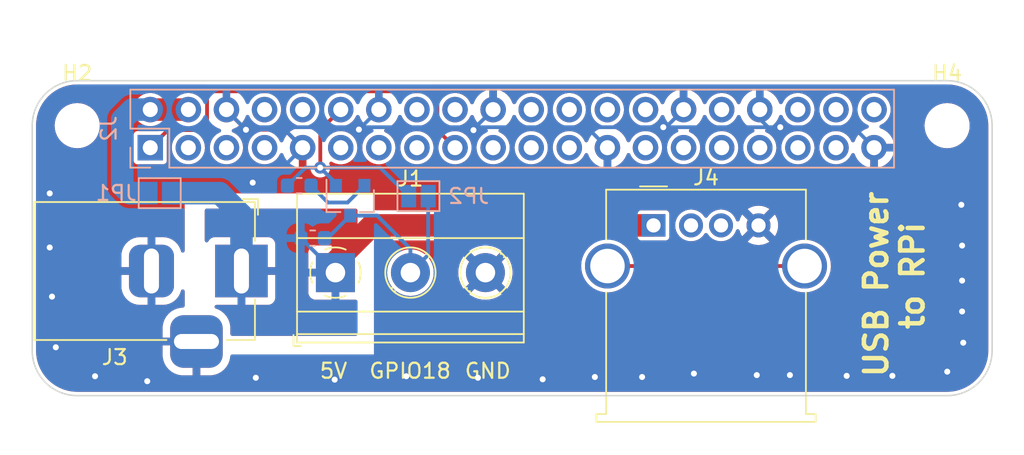
<source format=kicad_pcb>
(kicad_pcb (version 20210623) (generator pcbnew)
  (layers (0 "F.Cu" signal) (31 "B.Cu" signal) (34 "B.Paste" user) (35 "F.Paste" user) (36 "B.SilkS" user "B.Silkscreen") (37 "F.SilkS" user "F.Silkscreen") (38 "B.Mask" user) (39 "F.Mask" user) (44 "Edge.Cuts" user))
  (net 0 "")
  (net 1 "/5V")
  (net 2 "/GPIO18")
  (net 3 "/GND")
  (net 4 "/3V3")
  (net 5 "/SDA(GPIO2)")
  (net 6 "/SCL(GPIO3)")
  (net 7 "/GPIO4")
  (net 8 "/UART0_TX")
  (net 9 "/UART0_RX")
  (net 10 "/GPIO17")
  (net 11 "/GPIO27")
  (net 12 "/GPIO22")
  (net 13 "/GPIO23")
  (net 14 "/GPIO24")
  (net 15 "/GPIO10")
  (net 16 "/GPIO9")
  (net 17 "/GPIO25")
  (net 18 "/GPIO11")
  (net 19 "/GPIO8")
  (net 20 "/GPIO7")
  (net 23 "/GPIO5")
  (net 24 "/GPIO6")
  (net 25 "/GPIO12")
  (net 26 "/GPIO13")
  (net 27 "/GPIO19")
  (net 28 "/GPIO16")
  (net 29 "/GPIO26")
  (net 30 "/GPIO20")
  (net 31 "/GPIO21")
  (net 32 "unconnected-(J4-Pad5)")
  (net 35 "/5V_Rpi")
  (net 36 "/GPIO18_5V")
  (net 37 "Net-(Q1-Pad2)")
  (footprint "MountingHole:MountingHole_2.5mm" (layer "F.Cu") (at 23.5 23.5)
    (fp_text reference "H2" (at 0 -3.5) (layer "F.SilkS"))
    (fp_text value "MountingHole")
    (pad "1" np_thru_hole circle locked (at 0 0) (size 2.5 2.5) (drill 2.5) (layers *.Cu *.Mask))
  )
  (footprint "Connector_BarrelJack:BarrelJack_Horizontal" (layer "F.Cu") (at 34.45 33.1925)
    (fp_text reference "J3" (at -8.45 5.75) (layer "F.SilkS"))
    (fp_text value "Barrel_Jack")
    (fp_line (start -5 4.6) (end -13.8 4.6) (layer "F.SilkS") (width 0.12))
    (fp_line (start 0.9 -4.6) (end 0.9 -2) (layer "F.SilkS") (width 0.12))
    (fp_line (start 0.9 4.6) (end -1 4.6) (layer "F.SilkS") (width 0.12))
    (fp_line (start -13.8 -4.6) (end 0.9 -4.6) (layer "F.SilkS") (width 0.12))
    (fp_line (start 1.1 -3.75) (end 1.1 -4.8) (layer "F.SilkS") (width 0.12))
    (fp_line (start 0.9 1.9) (end 0.9 4.6) (layer "F.SilkS") (width 0.12))
    (fp_line (start -13.8 4.6) (end -13.8 -4.6) (layer "F.SilkS") (width 0.12))
    (fp_line (start 0.05 -4.8) (end 1.1 -4.8) (layer "F.SilkS") (width 0.12))
    (pad "1" thru_hole rect locked (at 0 0) (size 3.5 3.5) (drill oval 1 3) (layers *.Cu *.Mask) (net 1 "/5V"))
    (pad "2" thru_hole roundrect locked (at -6 0) (size 3 3.5) (drill oval 1 3) (layers *.Cu *.Mask) (net 3 "/GND"))
    (pad "3" thru_hole roundrect locked (at -3 4.7) (size 3.5 3.5) (drill oval 3 1) (layers *.Cu *.Mask) (net 3 "/GND"))
  )
  (footprint "Connector_USB:USB_A_Molex_67643_Horizontal" (layer "F.Cu") (at 61.9252 30.1498)
    (fp_text reference "J4" (at 3.5 -3.19) (layer "F.SilkS"))
    (fp_text value "USB_A")
    (fp_line (start 10.81 12.58) (end 10.16 12.58) (layer "F.SilkS") (width 0.12))
    (fp_line (start -3.16 -2.38) (end 10.16 -2.38) (layer "F.SilkS") (width 0.12))
    (fp_line (start 10.16 -2.38) (end 10.16 0.95) (layer "F.SilkS") (width 0.12))
    (fp_line (start -3.16 -2.38) (end -3.16 0.95) (layer "F.SilkS") (width 0.12))
    (fp_line (start -3.81 13.1) (end 10.81 13.1) (layer "F.SilkS") (width 0.12))
    (fp_line (start -3.81 12.58) (end -3.81 13.1) (layer "F.SilkS") (width 0.12))
    (fp_line (start -3.16 12.58) (end -3.16 4.47) (layer "F.SilkS") (width 0.12))
    (fp_line (start -0.9 -2.6) (end 0.9 -2.6) (layer "F.SilkS") (width 0.12))
    (fp_line (start -3.16 12.58) (end -3.81 12.58) (layer "F.SilkS") (width 0.12))
    (fp_line (start 10.16 4.47) (end 10.16 12.58) (layer "F.SilkS") (width 0.12))
    (fp_line (start 10.81 13.1) (end 10.81 12.58) (layer "F.SilkS") (width 0.12))
    (pad "1" thru_hole rect locked (at 0 0) (size 1.6 1.5) (drill 0.95) (layers *.Cu *.Mask) (net 1 "/5V"))
    (pad "2" thru_hole circle locked (at 2.5 0) (size 1.6 1.6) (drill 0.95) (layers *.Cu *.Mask))
    (pad "3" thru_hole circle locked (at 4.5 0) (size 1.6 1.6) (drill 0.95) (layers *.Cu *.Mask))
    (pad "4" thru_hole circle locked (at 7 0) (size 1.6 1.6) (drill 0.95) (layers *.Cu *.Mask) (net 3 "/GND"))
    (pad "5" thru_hole circle locked (at -3.07 2.71) (size 3 3) (drill 2.3) (layers *.Cu *.Mask) (net 32 "unconnected-(J4-Pad5)"))
    (pad "5" thru_hole circle locked (at 10.07 2.71) (size 3 3) (drill 2.3) (layers *.Cu *.Mask) (net 32 "unconnected-(J4-Pad5)"))
  )
  (footprint "MountingHole:MountingHole_2.5mm" (layer "F.Cu") (at 81.5 23.5)
    (fp_text reference "H4" (at 0 -3.5) (layer "F.SilkS"))
    (fp_text value "MountingHole")
    (pad "1" np_thru_hole circle locked (at 0 0) (size 2.5 2.5) (drill 2.5) (layers *.Cu *.Mask))
  )
  (footprint "TerminalBlock_Phoenix:TerminalBlock_Phoenix_MKDS-1,5-3_1x03_P5.00mm_Horizontal" (layer "F.Cu") (at 40.7162 33.2994)
    (fp_text reference "J1" (at 5 -6.26) (layer "F.SilkS"))
    (fp_text value "Conn_01x03")
    (fp_line (start 11.275 -1.069) (end 11.228 -1.023) (layer "F.SilkS") (width 0.12))
    (fp_line (start 12.56 -5.261) (end 12.56 4.66) (layer "F.SilkS") (width 0.12))
    (fp_line (start 3.773 1.023) (end 3.726 1.069) (layer "F.SilkS") (width 0.12))
    (fp_line (start -2.8 4.9) (end -2.3 4.9) (layer "F.SilkS") (width 0.12))
    (fp_line (start -2.56 4.1) (end 12.56 4.1) (layer "F.SilkS") (width 0.12))
    (fp_line (start -2.56 -5.261) (end -2.56 4.66) (layer "F.SilkS") (width 0.12))
    (fp_line (start 3.966 1.239) (end 3.931 1.274) (layer "F.SilkS") (width 0.12))
    (fp_line (start 6.275 -1.069) (end 6.228 -1.023) (layer "F.SilkS") (width 0.12))
    (fp_line (start 11.07 -1.275) (end 11.035 -1.239) (layer "F.SilkS") (width 0.12))
    (fp_line (start 6.07 -1.275) (end 6.035 -1.239) (layer "F.SilkS") (width 0.12))
    (fp_line (start 8.773 1.023) (end 8.726 1.069) (layer "F.SilkS") (width 0.12))
    (fp_line (start -2.8 4.16) (end -2.8 4.9) (layer "F.SilkS") (width 0.12))
    (fp_line (start -2.56 -5.261) (end 12.56 -5.261) (layer "F.SilkS") (width 0.12))
    (fp_line (start -2.56 4.66) (end 12.56 4.66) (layer "F.SilkS") (width 0.12))
    (fp_line (start -2.56 2.6) (end 12.56 2.6) (layer "F.SilkS") (width 0.12))
    (fp_line (start -2.56 -2.301) (end 12.56 -2.301) (layer "F.SilkS") (width 0.12))
    (fp_line (start 8.966 1.239) (end 8.931 1.274) (layer "F.SilkS") (width 0.12))
    (fp_arc (start 0 0) (end 1.535 0.684) (angle -48) (layer "F.SilkS") (width 0.12))
    (fp_arc (start 0 0) (end 0.684 -1.535) (angle -48) (layer "F.SilkS") (width 0.12))
    (fp_arc (start 0 0) (end -0.684 1.535) (angle -25) (layer "F.SilkS") (width 0.12))
    (fp_arc (start 0 0) (end -1.535 -0.684) (angle -48) (layer "F.SilkS") (width 0.12))
    (fp_arc (start 0 0) (end 0 1.68) (angle -24) (layer "F.SilkS") (width 0.12))
    (fp_circle (center 10 0) (end 11.68 0) (layer "F.SilkS") (width 0.12) (fill none))
    (fp_circle (center 5 0) (end 6.68 0) (layer "F.SilkS") (width 0.12) (fill none))
    (pad "1" thru_hole rect locked (at 0 0) (size 2.6 2.6) (drill 1.3) (layers *.Cu *.Mask) (net 1 "/5V"))
    (pad "2" thru_hole circle locked (at 5 0) (size 2.6 2.6) (drill 1.3) (layers *.Cu *.Mask) (net 36 "/GPIO18_5V"))
    (pad "3" thru_hole circle locked (at 10 0) (size 2.6 2.6) (drill 1.3) (layers *.Cu *.Mask) (net 3 "/GND"))
  )
  (footprint "Package_TO_SOT_SMD:SOT-23" (layer "B.Cu") (at 41.7 28.5 -90)
    (fp_text reference "Q1" hide)
    (fp_text value "BSS138")
    (fp_line (start 0.76 -1.58) (end -0.7 -1.58) (layer "B.SilkS") (width 0.12))
    (fp_line (start 0.76 1.58) (end -1.4 1.58) (layer "B.SilkS") (width 0.12))
    (fp_line (start 0.76 -1.58) (end 0.76 -0.65) (layer "B.SilkS") (width 0.12))
    (fp_line (start 0.76 1.58) (end 0.76 0.65) (layer "B.SilkS") (width 0.12))
    (pad "1" smd rect locked (at -1 0.95 270) (size 0.9 0.8) (layers "B.Cu" "B.Paste" "B.Mask") (net 2 "/GPIO18"))
    (pad "2" smd rect locked (at -1 -0.95 270) (size 0.9 0.8) (layers "B.Cu" "B.Paste" "B.Mask") (net 37 "Net-(Q1-Pad2)"))
    (pad "3" smd rect locked (at 1 0 270) (size 0.9 0.8) (layers "B.Cu" "B.Paste" "B.Mask") (net 36 "/GPIO18_5V"))
  )
  (footprint "Jumper:SolderJumper-2_P1.3mm_Open_Pad1.0x1.5mm" (layer "B.Cu") (at 46.25 28.2 180)
    (fp_text reference "JP2" (at -3.35 0) (layer "B.SilkS") (effects (justify mirror)))
    (fp_text value "Jumper_NO_Small")
    (fp_line (start -1.4 1) (end 1.4 1) (layer "B.SilkS") (width 0.12))
    (fp_line (start 1.4 -1) (end -1.4 -1) (layer "B.SilkS") (width 0.12))
    (fp_line (start -1.4 -1) (end -1.4 1) (layer "B.SilkS") (width 0.12))
    (fp_line (start 1.4 1) (end 1.4 -1) (layer "B.SilkS") (width 0.12))
    (pad "1" smd rect locked (at -0.65 0 180) (size 1 1.5) (layers "B.Cu" "B.Mask") (net 36 "/GPIO18_5V"))
    (pad "2" smd rect locked (at 0.65 0 180) (size 1 1.5) (layers "B.Cu" "B.Mask") (net 2 "/GPIO18"))
  )
  (footprint "Resistor_SMD:R_0603_1608Metric" (layer "B.Cu") (at 38.3 27.5)
    (fp_text reference "R2" hide)
    (fp_text value "10k")
    (fp_line (start -0.162779 -0.51) (end 0.162779 -0.51) (layer "B.SilkS") (width 0.12))
    (fp_line (start -0.162779 0.51) (end 0.162779 0.51) (layer "B.SilkS") (width 0.12))
    (pad "1" smd roundrect locked (at -0.7875 0) (size 0.875 0.95) (layers "B.Cu" "B.Paste" "B.Mask") (net 2 "/GPIO18"))
    (pad "2" smd roundrect locked (at 0.7875 0) (size 0.875 0.95) (layers "B.Cu" "B.Paste" "B.Mask") (net 37 "Net-(Q1-Pad2)"))
  )
  (footprint "Resistor_SMD:R_0603_1608Metric" (layer "B.Cu") (at 39.2 31)
    (fp_text reference "R1" hide)
    (fp_text value "10k")
    (fp_line (start -0.162779 0.51) (end 0.162779 0.51) (layer "B.SilkS") (width 0.12))
    (fp_line (start -0.162779 -0.51) (end 0.162779 -0.51) (layer "B.SilkS") (width 0.12))
    (pad "1" smd roundrect locked (at -0.7875 0) (size 0.875 0.95) (layers "B.Cu" "B.Paste" "B.Mask") (net 1 "/5V"))
    (pad "2" smd roundrect locked (at 0.7875 0) (size 0.875 0.95) (layers "B.Cu" "B.Paste" "B.Mask") (net 36 "/GPIO18_5V"))
  )
  (footprint "Connector_PinSocket_2.54mm:PinSocket_2x20_P2.54mm_Vertical" (layer "B.Cu") (at 28.37 24.97 -90)
    (fp_text reference "J2" (at -1.27 2.77 90) (layer "B.SilkS") (effects (justify mirror)))
    (fp_text value "Conn_02x20_Odd_Even")
    (fp_line (start -3.87 -49.59) (end 1.33 -49.59) (layer "B.SilkS") (width 0.12))
    (fp_line (start -3.87 1.33) (end -1.27 1.33) (layer "B.SilkS") (width 0.12))
    (fp_line (start 0 1.33) (end 1.33 1.33) (layer "B.SilkS") (width 0.12))
    (fp_line (start 1.33 1.33) (end 1.33 0) (layer "B.SilkS") (width 0.12))
    (fp_line (start -1.27 -1.27) (end 1.33 -1.27) (layer "B.SilkS") (width 0.12))
    (fp_line (start 1.33 -1.27) (end 1.33 -49.59) (layer "B.SilkS") (width 0.12))
    (fp_line (start -1.27 1.33) (end -1.27 -1.27) (layer "B.SilkS") (width 0.12))
    (fp_line (start -3.87 1.33) (end -3.87 -49.59) (layer "B.SilkS") (width 0.12))
    (pad "1" thru_hole rect locked (at 0 0 270) (size 1.7 1.7) (drill 1) (layers *.Cu *.Mask) (net 4 "/3V3"))
    (pad "2" thru_hole oval locked (at -2.54 0 270) (size 1.7 1.7) (drill 1) (layers *.Cu *.Mask) (net 35 "/5V_Rpi"))
    (pad "3" thru_hole oval locked (at 0 -2.54 270) (size 1.7 1.7) (drill 1) (layers *.Cu *.Mask) (net 5 "/SDA(GPIO2)"))
    (pad "4" thru_hole oval locked (at -2.54 -2.54 270) (size 1.7 1.7) (drill 1) (layers *.Cu *.Mask) (net 35 "/5V_Rpi"))
    (pad "5" thru_hole oval locked (at 0 -5.08 270) (size 1.7 1.7) (drill 1) (layers *.Cu *.Mask) (net 6 "/SCL(GPIO3)"))
    (pad "6" thru_hole oval locked (at -2.54 -5.08 270) (size 1.7 1.7) (drill 1) (layers *.Cu *.Mask) (net 3 "/GND"))
    (pad "7" thru_hole oval locked (at 0 -7.62 270) (size 1.7 1.7) (drill 1) (layers *.Cu *.Mask) (net 7 "/GPIO4"))
    (pad "8" thru_hole oval locked (at -2.54 -7.62 270) (size 1.7 1.7) (drill 1) (layers *.Cu *.Mask) (net 8 "/UART0_TX"))
    (pad "9" thru_hole oval locked (at 0 -10.16 270) (size 1.7 1.7) (drill 1) (layers *.Cu *.Mask) (net 3 "/GND"))
    (pad "10" thru_hole oval locked (at -2.54 -10.16 270) (size 1.7 1.7) (drill 1) (layers *.Cu *.Mask) (net 9 "/UART0_RX"))
    (pad "11" thru_hole oval locked (at 0 -12.7 270) (size 1.7 1.7) (drill 1) (layers *.Cu *.Mask) (net 10 "/GPIO17"))
    (pad "12" thru_hole oval locked (at -2.54 -12.7 270) (size 1.7 1.7) (drill 1) (layers *.Cu *.Mask) (net 2 "/GPIO18"))
    (pad "13" thru_hole oval locked (at 0 -15.24 270) (size 1.7 1.7) (drill 1) (layers *.Cu *.Mask) (net 11 "/GPIO27"))
    (pad "14" thru_hole oval locked (at -2.54 -15.24 270) (size 1.7 1.7) (drill 1) (layers *.Cu *.Mask) (net 3 "/GND"))
    (pad "15" thru_hole oval locked (at 0 -17.78 270) (size 1.7 1.7) (drill 1) (layers *.Cu *.Mask) (net 12 "/GPIO22"))
    (pad "16" thru_hole oval locked (at -2.54 -17.78 270) (size 1.7 1.7) (drill 1) (layers *.Cu *.Mask) (net 13 "/GPIO23"))
    (pad "17" thru_hole oval locked (at 0 -20.32 270) (size 1.7 1.7) (drill 1) (layers *.Cu *.Mask) (net 4 "/3V3"))
    (pad "18" thru_hole oval locked (at -2.54 -20.32 270) (size 1.7 1.7) (drill 1) (layers *.Cu *.Mask) (net 14 "/GPIO24"))
    (pad "19" thru_hole oval locked (at 0 -22.86 270) (size 1.7 1.7) (drill 1) (layers *.Cu *.Mask) (net 15 "/GPIO10"))
    (pad "20" thru_hole oval locked (at -2.54 -22.86 270) (size 1.7 1.7) (drill 1) (layers *.Cu *.Mask) (net 3 "/GND"))
    (pad "21" thru_hole oval locked (at 0 -25.4 270) (size 1.7 1.7) (drill 1) (layers *.Cu *.Mask) (net 16 "/GPIO9"))
    (pad "22" thru_hole oval locked (at -2.54 -25.4 270) (size 1.7 1.7) (drill 1) (layers *.Cu *.Mask) (net 17 "/GPIO25"))
    (pad "23" thru_hole oval locked (at 0 -27.94 270) (size 1.7 1.7) (drill 1) (layers *.Cu *.Mask) (net 18 "/GPIO11"))
    (pad "24" thru_hole oval locked (at -2.54 -27.94 270) (size 1.7 1.7) (drill 1) (layers *.Cu *.Mask) (net 19 "/GPIO8"))
    (pad "25" thru_hole oval locked (at 0 -30.48 270) (size 1.7 1.7) (drill 1) (layers *.Cu *.Mask) (net 3 "/GND"))
    (pad "26" thru_hole oval locked (at -2.54 -30.48 270) (size 1.7 1.7) (drill 1) (layers *.Cu *.Mask) (net 20 "/GPIO7"))
    (pad "27" thru_hole oval locked (at 0 -33.02 270) (size 1.7 1.7) (drill 1) (layers *.Cu *.Mask))
    (pad "28" thru_hole oval locked (at -2.54 -33.02 270) (size 1.7 1.7) (drill 1) (layers *.Cu *.Mask))
    (pad "29" thru_hole oval locked (at 0 -35.56 270) (size 1.7 1.7) (drill 1) (layers *.Cu *.Mask) (net 23 "/GPIO5"))
    (pad "30" thru_hole oval locked (at -2.54 -35.56 270) (size 1.7 1.7) (drill 1) (layers *.Cu *.Mask) (net 3 "/GND"))
    (pad "31" thru_hole oval locked (at 0 -38.1 270) (size 1.7 1.7) (drill 1) (layers *.Cu *.Mask) (net 24 "/GPIO6"))
    (pad "32" thru_hole oval locked (at -2.54 -38.1 270) (size 1.7 1.7) (drill 1) (layers *.Cu *.Mask) (net 25 "/GPIO12"))
    (pad "33" thru_hole oval locked (at 0 -40.64 270) (size 1.7 1.7) (drill 1) (layers *.Cu *.Mask) (net 26 "/GPIO13"))
    (pad "34" thru_hole oval locked (at -2.54 -40.64 270) (size 1.7 1.7) (drill 1) (layers *.Cu *.Mask) (net 3 "/GND"))
    (pad "35" thru_hole oval locked (at 0 -43.18 270) (size 1.7 1.7) (drill 1) (layers *.Cu *.Mask) (net 27 "/GPIO19"))
    (pad "36" thru_hole oval locked (at -2.54 -43.18 270) (size 1.7 1.7) (drill 1) (layers *.Cu *.Mask) (net 28 "/GPIO16"))
    (pad "37" thru_hole oval locked (at 0 -45.72 270) (size 1.7 1.7) (drill 1) (layers *.Cu *.Mask) (net 29 "/GPIO26"))
    (pad "38" thru_hole oval locked (at -2.54 -45.72 270) (size 1.7 1.7) (drill 1) (layers *.Cu *.Mask) (net 30 "/GPIO20"))
    (pad "39" thru_hole oval locked (at 0 -48.26 270) (size 1.7 1.7) (drill 1) (layers *.Cu *.Mask) (net 3 "/GND"))
    (pad "40" thru_hole oval locked (at -2.54 -48.26 270) (size 1.7 1.7) (drill 1) (layers *.Cu *.Mask) (net 31 "/GPIO21"))
  )
  (footprint "Jumper:SolderJumper-2_P1.3mm_Open_Pad1.0x1.5mm" (layer "B.Cu") (at 29 28)
    (fp_text reference "JP1" (at -2.9 0) (layer "B.SilkS") (effects (justify mirror)))
    (fp_text value "SolderJumper_2_Open")
    (fp_line (start -1.4 -1) (end -1.4 1) (layer "B.SilkS") (width 0.12))
    (fp_line (start 1.4 -1) (end -1.4 -1) (layer "B.SilkS") (width 0.12))
    (fp_line (start 1.4 1) (end 1.4 -1) (layer "B.SilkS") (width 0.12))
    (fp_line (start -1.4 1) (end 1.4 1) (layer "B.SilkS") (width 0.12))
    (pad "1" smd rect locked (at -0.65 0) (size 1 1.5) (layers "B.Cu" "B.Mask") (net 35 "/5V_Rpi"))
    (pad "2" smd rect locked (at 0.65 0) (size 1 1.5) (layers "B.Cu" "B.Mask") (net 1 "/5V"))
  )
  (gr_arc (start 23.5 38.5) (end 20.5 38.5) (angle -90) (layer "Edge.Cuts") (width 0.1))
  (gr_arc (start 81.5 38.5) (end 81.5 41.5) (angle -90) (layer "Edge.Cuts") (width 0.1))
  (gr_line (start 81.5 41.5) (end 23.5 41.5) (layer "Edge.Cuts") (width 0.1))
  (gr_line (start 81.5 20.5) (end 23.5 20.5) (layer "Edge.Cuts") (width 0.1))
  (gr_line (start 20.5 23.5) (end 20.5 38.5) (layer "Edge.Cuts") (width 0.1))
  (gr_line (start 84.5 23.5) (end 84.5 38.5) (layer "Edge.Cuts") (width 0.1))
  (gr_arc (start 81.5 23.5) (end 84.5 23.5) (angle -90) (layer "Edge.Cuts") (width 0.1))
  (gr_arc (start 23.5 23.5) (end 23.5 20.5) (angle -90) (layer "Edge.Cuts") (width 0.1))
  (gr_text "GND" (at 50.8762 39.8526) (layer "F.SilkS") (effects (font (size 1 1))))
  (gr_text "USB Power \nto RPi" (at 77.98 33.5 90) (layer "F.SilkS") (effects (font (size 1.5 1.5) (thickness 0.3))))
  (gr_text "GPIO18" (at 45.6946 39.8526) (layer "F.SilkS") (effects (font (size 1 1))))
  (gr_text "5V\n" (at 40.5892 39.8526) (layer "F.SilkS") (effects (font (size 1 1))))
  (segment (start 40.7162 33.2994) (end 40.7162 32.5838) (width 1.5) (layer "F.Cu") (net 1))
  (segment (start 40.7162 32.5838) (end 43.1502 30.1498) (width 1.5) (layer "F.Cu") (net 1))
  (segment (start 43.1502 30.1498) (end 61.9252 30.1498) (width 1.5) (layer "F.Cu") (net 1))
  (segment (start 34.45 33.1925) (end 34.45 29.45) (width 1.5) (layer "B.Cu") (net 1))
  (segment (start 38.4168 31) (end 40.7162 33.2994) (width 0.254) (layer "B.Cu") (net 1))
  (segment (start 38.4125 31) (end 38.4168 31) (width 0.254) (layer "B.Cu") (net 1))
  (segment (start 33 28) (end 30 28) (width 1.5) (layer "B.Cu") (net 1))
  (segment (start 34.45 29.45) (end 33 28) (width 1.5) (layer "B.Cu") (net 1))
  (segment (start 39.7 26.3) (end 39.706511 26.293489) (width 0.254) (layer "F.Cu") (net 2))
  (segment (start 39.706511 23.793489) (end 41.07 22.43) (width 0.254) (layer "F.Cu") (net 2))
  (segment (start 39.706511 26.293489) (end 39.706511 23.793489) (width 0.254) (layer "F.Cu") (net 2))
  (via (at 39.7 26.3) (size 0.8) (drill 0.4) (layers "F.Cu" "B.Cu") (net 2))
  (segment (start 43.7 26.3) (end 45.6 28.2) (width 0.254) (layer "B.Cu") (net 2))
  (segment (start 39.7 26.3) (end 43.7 26.3) (width 0.254) (layer "B.Cu") (net 2))
  (segment (start 38.7125 26.3) (end 39.7 26.3) (width 0.254) (layer "B.Cu") (net 2))
  (segment (start 40.75 27.35) (end 39.7 26.3) (width 0.254) (layer "B.Cu") (net 2))
  (segment (start 40.75 27.5) (end 40.75 27.35) (width 0.254) (layer "B.Cu") (net 2))
  (segment (start 37.5125 27.5) (end 38.7125 26.3) (width 0.254) (layer "B.Cu") (net 2))
  (segment (start 33.45 22.43) (end 33.45 22.475) (width 0.25) (layer "F.Cu") (net 3))
  (segment (start 33.45 22.475) (end 34.75 23.775) (width 0.25) (layer "F.Cu") (net 3))
  (segment (start 37.335 23.775) (end 38.53 24.97) (width 0.25) (layer "F.Cu") (net 3))
  (segment (start 34.75 23.775) (end 37.335 23.775) (width 0.25) (layer "F.Cu") (net 3))
  (via (at 42.28 23.76) (size 0.8) (drill 0.4) (layers "F.Cu" "B.Cu") (net 3))
  (via (at 22.0726 38.2778) (size 0.8) (drill 0.4) (layers "F.Cu" "B.Cu") (net 3))
  (via (at 21.8186 34.8996) (size 0.8) (drill 0.4) (layers "F.Cu" "B.Cu") (net 3))
  (via (at 62.575489 23.604511) (size 0.8) (drill 0.4) (layers "F.Cu" "B.Cu") (net 3))
  (via (at 82.4484 28.7782) (size 0.8) (drill 0.4) (layers "F.Cu" "B.Cu") (net 3))
  (via (at 21.6662 31.623) (size 0.8) (drill 0.4) (layers "F.Cu" "B.Cu") (net 3))
  (via (at 24.6888 40.2082) (size 0.8) (drill 0.4) (layers "F.Cu" "B.Cu") (net 3))
  (via (at 61.1632 40.259) (size 0.8) (drill 0.4) (layers "F.Cu" "B.Cu") (net 3))
  (via (at 35.2 27.3) (size 0.8) (drill 0.4) (layers "F.Cu" "B.Cu") (net 3))
  (via (at 82.4992 31.496) (size 0.8) (drill 0.4) (layers "F.Cu" "B.Cu") (net 3))
  (via (at 74.803 40.1828) (size 0.8) (drill 0.4) (layers "F.Cu" "B.Cu") (net 3))
  (via (at 82.5754 37.973) (size 0.8) (drill 0.4) (layers "F.Cu" "B.Cu") (net 3))
  (via (at 54.5338 40.4114) (size 0.8) (drill 0.4) (layers "F.Cu" "B.Cu") (net 3))
  (via (at 28.1686 40.5384) (size 0.8) (drill 0.4) (layers "F.Cu" "B.Cu") (net 3))
  (via (at 68.8086 40.132) (size 0.8) (drill 0.4) (layers "F.Cu" "B.Cu") (net 3))
  (via (at 35.4076 40.3098) (size 0.8) (drill 0.4) (layers "F.Cu" "B.Cu") (net 3))
  (via (at 64.6176 40.0304) (size 0.8) (drill 0.4) (layers "F.Cu" "B.Cu") (net 3))
  (via (at 40.6654 40.4368) (size 0.8) (drill 0.4) (layers "F.Cu" "B.Cu") (net 3))
  (via (at 77.851 40.1828) (size 0.8) (drill 0.4) (layers "F.Cu" "B.Cu") (net 3))
  (via (at 70.375489 23.604511) (size 0.8) (drill 0.4) (layers "F.Cu" "B.Cu") (net 3))
  (via (at 45.4406 40.2082) (size 0.8) (drill 0.4) (layers "F.Cu" "B.Cu") (net 3))
  (via (at 58.0136 40.259) (size 0.8) (drill 0.4) (layers "F.Cu" "B.Cu") (net 3))
  (via (at 82.4992 33.8328) (size 0.8) (drill 0.4) (layers "F.Cu" "B.Cu") (net 3))
  (via (at 34.75 23.775) (size 0.8) (drill 0.4) (layers "F.Cu" "B.Cu") (net 3))
  (via (at 81.5086 39.9034) (size 0.8) (drill 0.4) (layers "F.Cu" "B.Cu") (net 3))
  (via (at 82.4992 35.8902) (size 0.8) (drill 0.4) (layers "F.Cu" "B.Cu") (net 3))
  (via (at 49.92 23.8) (size 0.8) (drill 0.4) (layers "F.Cu" "B.Cu") (net 3))
  (via (at 71.0184 40.132) (size 0.8) (drill 0.4) (layers "F.Cu" "B.Cu") (net 3))
  (via (at 50.2158 40.3098) (size 0.8) (drill 0.4) (layers "F.Cu" "B.Cu") (net 3))
  (via (at 21.6662 28.0162) (size 0.8) (drill 0.4) (layers "F.Cu" "B.Cu") (net 3))
  (segment (start 62.575489 23.604511) (end 62.755489 23.604511) (width 0.25) (layer "B.Cu") (net 3))
  (segment (start 36.2 27.3) (end 35.2 27.3) (width 0.25) (layer "B.Cu") (net 3))
  (segment (start 42.435489 23.604511) (end 49.724511 23.604511) (width 0.25) (layer "B.Cu") (net 3))
  (segment (start 34.920489 23.604511) (end 34.75 23.775) (width 0.25) (layer "B.Cu") (net 3))
  (segment (start 37.164511 23.604511) (end 38.53 24.97) (width 0.25) (layer "B.Cu") (net 3))
  (segment (start 50.055489 23.604511) (end 51.23 22.43) (width 0.25) (layer "B.Cu") (net 3))
  (segment (start 38.53 24.97) (end 36.2 27.3) (width 0.25) (layer "B.Cu") (net 3))
  (segment (start 42.28 23.76) (end 42.435489 23.604511) (width 0.25) (layer "B.Cu") (net 3))
  (segment (start 62.755489 23.604511) (end 69.562689 23.604511) (width 0.25) (layer "B.Cu") (net 3))
  (segment (start 69.562689 23.604511) (end 70.375489 23.604511) (width 0.25) (layer "B.Cu") (net 3))
  (segment (start 70.375489 23.604511) (end 75.264511 23.604511) (width 0.25) (layer "B.Cu") (net 3))
  (segment (start 69.01 23.051822) (end 69.562689 23.604511) (width 0.25) (layer "B.Cu") (net 3))
  (segment (start 33.45 22.475) (end 34.75 23.775) (width 0.25) (layer "B.Cu") (net 3))
  (segment (start 57.484511 23.604511) (end 62.575489 23.604511) (width 0.25) (layer "B.Cu") (net 3))
  (segment (start 50.055489 23.604511) (end 50.055489 23.664511) (width 0.25) (layer "B.Cu") (net 3))
  (segment (start 33.45 22.43) (end 33.45 22.475) (width 0.25) (layer "B.Cu") (net 3))
  (segment (start 37.164511 23.604511) (end 34.920489 23.604511) (width 0.25) (layer "B.Cu") (net 3))
  (segment (start 43.61 22.43) (end 42.28 23.76) (width 0.25) (layer "B.Cu") (net 3))
  (segment (start 37.164511 23.604511) (end 42.124511 23.604511) (width 0.25) (layer "B.Cu") (net 3))
  (segment (start 69.01 22.43) (end 69.01 23.051822) (width 0.25) (layer "B.Cu") (net 3))
  (segment (start 49.724511 23.604511) (end 49.92 23.8) (width 0.25) (layer "B.Cu") (net 3))
  (segment (start 57.484511 23.604511) (end 58.85 24.97) (width 0.25) (layer "B.Cu") (net 3))
  (segment (start 42.124511 23.604511) (end 42.28 23.76) (width 0.25) (layer "B.Cu") (net 3))
  (segment (start 62.755489 23.604511) (end 63.93 22.43) (width 0.25) (layer "B.Cu") (net 3))
  (segment (start 50.055489 23.664511) (end 49.92 23.8) (width 0.25) (layer "B.Cu") (net 3))
  (segment (start 75.264511 23.604511) (end 76.63 24.97) (width 0.25) (layer "B.Cu") (net 3))
  (segment (start 50.055489 23.604511) (end 57.484511 23.604511) (width 0.25) (layer "B.Cu") (net 3))
  (segment (start 29.546511 23.793489) (end 31.553111 23.793489) (width 0.254) (layer "F.Cu") (net 4))
  (segment (start 46.8122 21.209) (end 47.513489 21.910289) (width 0.254) (layer "F.Cu") (net 4))
  (segment (start 32.1564 23.1902) (end 32.1564 21.5138) (width 0.254) (layer "F.Cu") (net 4))
  (segment (start 31.553111 23.793489) (end 32.1564 23.1902) (width 0.254) (layer "F.Cu") (net 4))
  (segment (start 32.1564 21.5138) (end 32.4612 21.209) (width 0.254) (layer "F.Cu") (net 4))
  (segment (start 47.513489 23.793489) (end 48.69 24.97) (width 0.254) (layer "F.Cu") (net 4))
  (segment (start 32.4612 21.209) (end 46.8122 21.209) (width 0.254) (layer "F.Cu") (net 4))
  (segment (start 28.37 24.97) (end 29.546511 23.793489) (width 0.254) (layer "F.Cu") (net 4))
  (segment (start 47.513489 21.910289) (end 47.513489 23.793489) (width 0.254) (layer "F.Cu") (net 4))
  (segment (start 58.8552 32.8598) (end 71.9952 32.8598) (width 0.254) (layer "F.Cu") (net 32))
  (segment (start 28.37 22.43) (end 30.91 22.43) (width 1.5) (layer "F.Cu") (net 35))
  (segment (start 26.5 27.5) (end 27 28) (width 1.5) (layer "B.Cu") (net 35))
  (segment (start 27 28) (end 28 28) (width 1.5) (layer "B.Cu") (net 35))
  (segment (start 26.5 23.097919) (end 26.5 27.5) (width 1.5) (layer "B.Cu") (net 35))
  (segment (start 28.37 22.43) (end 27.167919 22.43) (width 1.5) (layer "B.Cu") (net 35))
  (segment (start 27.167919 22.43) (end 26.5 23.097919) (width 1.5) (layer "B.Cu") (net 35))
  (segment (start 43.5 29.5) (end 45.7162 31.7162) (width 0.254) (layer "B.Cu") (net 36))
  (segment (start 45.7162 31.7162) (end 45.7162 33.2994) (width 0.254) (layer "B.Cu") (net 36))
  (segment (start 39.9875 31) (end 40.2 31) (width 0.254) (layer "B.Cu") (net 36))
  (segment (start 46.9 32.1156) (end 45.7162 33.2994) (width 0.254) (layer "B.Cu") (net 36))
  (segment (start 46.9 28.2) (end 46.9 32.1156) (width 0.254) (layer "B.Cu") (net 36))
  (segment (start 41.7 29.5) (end 43.5 29.5) (width 0.254) (layer "B.Cu") (net 36))
  (segment (start 40.2 31) (end 41.7 29.5) (width 0.254) (layer "B.Cu") (net 36))
  (segment (start 40.210989 28.623489) (end 41.526511 28.623489) (width 0.254) (layer "B.Cu") (net 37))
  (segment (start 39.0875 27.5) (end 40.210989 28.623489) (width 0.254) (layer "B.Cu") (net 37))
  (segment (start 41.526511 28.623489) (end 42.65 27.5) (width 0.254) (layer "B.Cu") (net 37))
  (zone (net 1) (net_name "/5V") (layers F&B.Cu) (connect_pads (clearance 0.508)) (min_thickness 0.254) (fill yes (thermal_gap 0.508) (thermal_bridge_width 0.508))
    (polygon (pts (xy 42.1894 37.5158) (xy 32.004 37.5158) (xy 32.004 29.0322) (xy 42.1894 29.0322)))
  )
  (zone (net 3) (net_name "/GND") (layers F&B.Cu) (connect_pads (clearance 0.254)) (min_thickness 0.254) (fill yes (thermal_gap 0.508) (thermal_bridge_width 0.508))
    (polygon (pts (xy 86.38 19.35) (xy 86.56 44.2) (xy 20.24 44.48) (xy 20.16 19.53)))
    (polygon (pts (xy 30.665 28.0166) (xy 30.665 38.7564) (xy 43.285 38.7564) (xy 43.285 28.0166)))
  )
)
</source>
